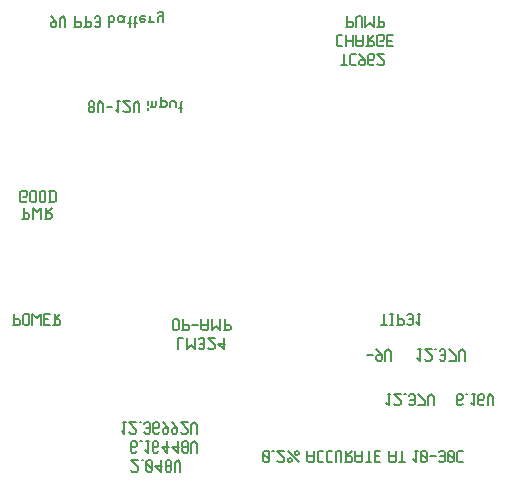
<source format=gbr>
G04 start of page 8 for group -4078 idx -4078 *
G04 Title: (unknown), bottomsilk *
G04 Creator: pcb 20091103 *
G04 CreationDate: Fri 28 Jan 2011 22:02:30 GMT UTC *
G04 For: thomas *
G04 Format: Gerber/RS-274X *
G04 PCB-Dimensions: 179130 179130 *
G04 PCB-Coordinate-Origin: lower left *
%MOIN*%
%FSLAX25Y25*%
%LNBACKSILK*%
%ADD49C,0.0060*%
G54D49*X122835Y48092D02*X124715D01*
X125843Y49972D02*X127723Y48092D01*
Y46682D02*Y48092D01*
X127253Y46212D02*X127723Y46682D01*
X126313Y46212D02*X127253D01*
X125843Y46682D02*X126313Y46212D01*
X125843Y46682D02*Y47622D01*
X126313Y48092D01*
X127723D01*
X128852Y46212D02*Y49032D01*
X129792Y49972D01*
X130732Y49032D01*
Y46212D02*Y49032D01*
X129604Y35011D02*X130544D01*
X130074Y31251D02*Y35011D01*
X129134Y32191D02*X130074Y31251D01*
X131672Y31721D02*X132142Y31251D01*
X133552D01*
X134022Y31721D01*
Y32661D01*
X131672Y35011D02*X134022Y32661D01*
X131672Y35011D02*X134022D01*
X135151D02*X135621D01*
X136750Y31721D02*X137220Y31251D01*
X138160D01*
X138630Y31721D01*
Y34541D01*
X138160Y35011D02*X138630Y34541D01*
X137220Y35011D02*X138160D01*
X136750Y34541D02*X137220Y35011D01*
Y33131D02*X138630D01*
X139759Y35011D02*X142109Y32661D01*
Y31251D02*Y32661D01*
X139759Y31251D02*X142109D01*
X143238D02*Y34071D01*
X144178Y35011D01*
X145118Y34071D01*
Y31251D02*Y34071D01*
X139840Y49972D02*X140780D01*
X140310Y46212D02*Y49972D01*
X139370Y47152D02*X140310Y46212D01*
X141908Y46682D02*X142378Y46212D01*
X143788D01*
X144258Y46682D01*
Y47622D01*
X141908Y49972D02*X144258Y47622D01*
X141908Y49972D02*X144258D01*
X145387D02*X145857D01*
X146986Y46682D02*X147456Y46212D01*
X148396D01*
X148866Y46682D01*
Y49502D01*
X148396Y49972D02*X148866Y49502D01*
X147456Y49972D02*X148396D01*
X146986Y49502D02*X147456Y49972D01*
Y48092D02*X148866D01*
X149995Y49972D02*X152345Y47622D01*
Y46212D02*Y47622D01*
X149995Y46212D02*X152345D01*
X153474D02*Y49032D01*
X154414Y49972D01*
X155354Y49032D01*
Y46212D02*Y49032D01*
X127559Y58022D02*X129439D01*
X128499D02*Y61782D01*
X130567Y58022D02*X131507D01*
X131037D02*Y61782D01*
X130567D02*X131507D01*
X133106Y58022D02*Y61782D01*
X132636Y58022D02*X134516D01*
X134986Y58492D01*
Y59432D01*
X134516Y59902D02*X134986Y59432D01*
X133106Y59902D02*X134516D01*
X136115Y58492D02*X136585Y58022D01*
X137525D01*
X137995Y58492D01*
Y61312D01*
X137525Y61782D02*X137995Y61312D01*
X136585Y61782D02*X137525D01*
X136115Y61312D02*X136585Y61782D01*
Y59902D02*X137995D01*
X139594Y61782D02*X140534D01*
X140064Y58022D02*Y61782D01*
X139124Y58962D02*X140064Y58022D01*
X59634Y49998D02*Y53758D01*
X61514D01*
X62642Y49998D02*Y53758D01*
Y49998D02*X64052Y51408D01*
X65462Y49998D01*
Y53758D01*
X66591Y50468D02*X67061Y49998D01*
X68001D01*
X68471Y50468D01*
Y53288D01*
X68001Y53758D02*X68471Y53288D01*
X67061Y53758D02*X68001D01*
X66591Y53288D02*X67061Y53758D01*
Y51878D02*X68471D01*
X69600Y50468D02*X70070Y49998D01*
X71480D01*
X71950Y50468D01*
Y51408D01*
X69600Y53758D02*X71950Y51408D01*
X69600Y53758D02*X71950D01*
X73079Y51878D02*X74959Y49998D01*
X73079Y51878D02*X75429D01*
X74959Y49998D02*Y53758D01*
X58048Y56705D02*Y59525D01*
Y56705D02*X58518Y56235D01*
X59458D01*
X59928Y56705D01*
Y59525D01*
X59458Y59995D02*X59928Y59525D01*
X58518Y59995D02*X59458D01*
X58048Y59525D02*X58518Y59995D01*
X61526Y56235D02*Y59995D01*
X61056Y56235D02*X62936D01*
X63406Y56705D01*
Y57645D01*
X62936Y58115D02*X63406Y57645D01*
X61526Y58115D02*X62936D01*
X64535D02*X66415D01*
X67544Y56705D02*Y59995D01*
Y56705D02*X68014Y56235D01*
X69424D01*
X69894Y56705D01*
Y59995D01*
X67544Y58115D02*X69894D01*
X71023Y56235D02*Y59995D01*
Y56235D02*X72433Y57645D01*
X73843Y56235D01*
Y59995D01*
X75442Y56235D02*Y59995D01*
X74972Y56235D02*X76852D01*
X77322Y56705D01*
Y57645D01*
X76852Y58115D02*X77322Y57645D01*
X75442Y58115D02*X76852D01*
X5195Y58022D02*Y61782D01*
X4725Y58022D02*X6605D01*
X7075Y58492D01*
Y59432D01*
X6605Y59902D02*X7075Y59432D01*
X5195Y59902D02*X6605D01*
X8203Y58492D02*Y61312D01*
Y58492D02*X8673Y58022D01*
X9613D01*
X10083Y58492D01*
Y61312D01*
X9613Y61782D02*X10083Y61312D01*
X8673Y61782D02*X9613D01*
X8203Y61312D02*X8673Y61782D01*
X11212Y58022D02*Y61782D01*
X12622Y60372D01*
X14032Y61782D01*
Y58022D02*Y61782D01*
X15161Y59902D02*X16571D01*
X15161Y61782D02*X17041D01*
X15161Y58022D02*Y61782D01*
Y58022D02*X17041D01*
X18170D02*X20050D01*
X20520Y58492D01*
Y59432D01*
X20050Y59902D02*X20520Y59432D01*
X18640Y59902D02*X20050D01*
X18640Y58022D02*Y61782D01*
Y59902D02*X20520Y61782D01*
X154166Y31251D02*X154636Y31721D01*
X153226Y31251D02*X154166D01*
X152756Y31721D02*X153226Y31251D01*
X152756Y31721D02*Y34541D01*
X153226Y35011D01*
X154166Y33131D02*X154636Y33601D01*
X152756Y33131D02*X154166D01*
X153226Y35011D02*X154166D01*
X154636Y34541D01*
Y33601D02*Y34541D01*
X155764Y35011D02*X156234D01*
X157833D02*X158773D01*
X158303Y31251D02*Y35011D01*
X157363Y32191D02*X158303Y31251D01*
X161312D02*X161782Y31721D01*
X160372Y31251D02*X161312D01*
X159902Y31721D02*X160372Y31251D01*
X159902Y31721D02*Y34541D01*
X160372Y35011D01*
X161312Y33131D02*X161782Y33601D01*
X159902Y33131D02*X161312D01*
X160372Y35011D02*X161312D01*
X161782Y34541D01*
Y33601D02*Y34541D01*
X162911Y31251D02*Y34071D01*
X163851Y35011D01*
X164791Y34071D01*
Y31251D02*Y34071D01*
X88190Y15645D02*X88660Y16115D01*
X88190Y12825D02*Y15645D01*
Y12825D02*X88660Y12355D01*
X89600D01*
X90070Y12825D01*
Y15645D01*
X89600Y16115D02*X90070Y15645D01*
X88660Y16115D02*X89600D01*
X88190Y15175D02*X90070Y13295D01*
X91198Y16115D02*X91668D01*
X92797Y12825D02*X93267Y12355D01*
X94677D01*
X95147Y12825D01*
Y13765D01*
X92797Y16115D02*X95147Y13765D01*
X92797Y16115D02*X95147D01*
X96276Y12825D02*Y13295D01*
Y12825D02*X96746Y12355D01*
X97216D01*
X97686Y12825D01*
Y13295D01*
X97216Y13765D02*X97686Y13295D01*
X96746Y13765D02*X97216D01*
X96276Y13295D02*X96746Y13765D01*
X96276Y16115D02*X100036Y12355D01*
X99566Y16115D02*X100036Y15645D01*
Y15175D02*Y15645D01*
X99566Y14705D02*X100036Y15175D01*
X99096Y14705D02*X99566D01*
X98626Y15175D02*X99096Y14705D01*
X98626Y15175D02*Y15645D01*
X99096Y16115D01*
X99566D01*
X102857Y12825D02*Y16115D01*
Y12825D02*X103327Y12355D01*
X104737D01*
X105207Y12825D01*
Y16115D01*
X102857Y14235D02*X105207D01*
X106806Y16115D02*X108216D01*
X106336Y15645D02*X106806Y16115D01*
X106336Y12825D02*Y15645D01*
Y12825D02*X106806Y12355D01*
X108216D01*
X109815Y16115D02*X111225D01*
X109345Y15645D02*X109815Y16115D01*
X109345Y12825D02*Y15645D01*
Y12825D02*X109815Y12355D01*
X111225D01*
X112354D02*Y15645D01*
X112824Y16115D01*
X113764D01*
X114234Y15645D01*
Y12355D02*Y15645D01*
X115363Y12355D02*X117243D01*
X117713Y12825D01*
Y13765D01*
X117243Y14235D02*X117713Y13765D01*
X115833Y14235D02*X117243D01*
X115833Y12355D02*Y16115D01*
Y14235D02*X117713Y16115D01*
X118842Y12825D02*Y16115D01*
Y12825D02*X119312Y12355D01*
X120722D01*
X121192Y12825D01*
Y16115D01*
X118842Y14235D02*X121192D01*
X122321Y12355D02*X124201D01*
X123261D02*Y16115D01*
X125330Y14235D02*X126740D01*
X125330Y16115D02*X127210D01*
X125330Y12355D02*Y16115D01*
Y12355D02*X127210D01*
X130031Y12825D02*Y16115D01*
Y12825D02*X130501Y12355D01*
X131911D01*
X132381Y12825D01*
Y16115D01*
X130031Y14235D02*X132381D01*
X133510Y12355D02*X135390D01*
X134450D02*Y16115D01*
X138681D02*X139621D01*
X139151Y12355D02*Y16115D01*
X138211Y13295D02*X139151Y12355D01*
X140750Y15645D02*X141220Y16115D01*
X140750Y12825D02*Y15645D01*
Y12825D02*X141220Y12355D01*
X142160D01*
X142630Y12825D01*
Y15645D01*
X142160Y16115D02*X142630Y15645D01*
X141220Y16115D02*X142160D01*
X140750Y15175D02*X142630Y13295D01*
X143759Y14235D02*X145639D01*
X146767Y12825D02*X147237Y12355D01*
X148177D01*
X148647Y12825D01*
Y15645D01*
X148177Y16115D02*X148647Y15645D01*
X147237Y16115D02*X148177D01*
X146767Y15645D02*X147237Y16115D01*
Y14235D02*X148647D01*
X149776Y15645D02*X150246Y16115D01*
X149776Y12825D02*Y15645D01*
Y12825D02*X150246Y12355D01*
X151186D01*
X151656Y12825D01*
Y15645D01*
X151186Y16115D02*X151656Y15645D01*
X150246Y16115D02*X151186D01*
X149776Y15175D02*X151656Y13295D01*
X153255Y16115D02*X154665D01*
X152785Y15645D02*X153255Y16115D01*
X152785Y12825D02*Y15645D01*
Y12825D02*X153255Y12355D01*
X154665D01*
X41414Y25561D02*X42354D01*
X41884Y21801D02*Y25561D01*
X40944Y22741D02*X41884Y21801D01*
X43482Y22271D02*X43952Y21801D01*
X45362D01*
X45832Y22271D01*
Y23211D01*
X43482Y25561D02*X45832Y23211D01*
X43482Y25561D02*X45832D01*
X46961D02*X47431D01*
X48560Y22271D02*X49030Y21801D01*
X49970D01*
X50440Y22271D01*
Y25091D01*
X49970Y25561D02*X50440Y25091D01*
X49030Y25561D02*X49970D01*
X48560Y25091D02*X49030Y25561D01*
Y23681D02*X50440D01*
X52979Y21801D02*X53449Y22271D01*
X52039Y21801D02*X52979D01*
X51569Y22271D02*X52039Y21801D01*
X51569Y22271D02*Y25091D01*
X52039Y25561D01*
X52979Y23681D02*X53449Y24151D01*
X51569Y23681D02*X52979D01*
X52039Y25561D02*X52979D01*
X53449Y25091D01*
Y24151D02*Y25091D01*
X54578Y25561D02*X56458Y23681D01*
Y22271D02*Y23681D01*
X55988Y21801D02*X56458Y22271D01*
X55048Y21801D02*X55988D01*
X54578Y22271D02*X55048Y21801D01*
X54578Y22271D02*Y23211D01*
X55048Y23681D01*
X56458D01*
X57587Y25561D02*X59467Y23681D01*
Y22271D02*Y23681D01*
X58997Y21801D02*X59467Y22271D01*
X58057Y21801D02*X58997D01*
X57587Y22271D02*X58057Y21801D01*
X57587Y22271D02*Y23211D01*
X58057Y23681D01*
X59467D01*
X60596Y22271D02*X61066Y21801D01*
X62476D01*
X62946Y22271D01*
Y23211D01*
X60596Y25561D02*X62946Y23211D01*
X60596Y25561D02*X62946D01*
X64075Y21801D02*Y24621D01*
X65015Y25561D01*
X65955Y24621D01*
Y21801D02*Y24621D01*
X45507Y15501D02*X45977Y15971D01*
X44567Y15501D02*X45507D01*
X44097Y15971D02*X44567Y15501D01*
X44097Y15971D02*Y18791D01*
X44567Y19261D01*
X45507Y17381D02*X45977Y17851D01*
X44097Y17381D02*X45507D01*
X44567Y19261D02*X45507D01*
X45977Y18791D01*
Y17851D02*Y18791D01*
X47105Y19261D02*X47575D01*
X49174D02*X50114D01*
X49644Y15501D02*Y19261D01*
X48704Y16441D02*X49644Y15501D01*
X52653D02*X53123Y15971D01*
X51713Y15501D02*X52653D01*
X51243Y15971D02*X51713Y15501D01*
X51243Y15971D02*Y18791D01*
X51713Y19261D01*
X52653Y17381D02*X53123Y17851D01*
X51243Y17381D02*X52653D01*
X51713Y19261D02*X52653D01*
X53123Y18791D01*
Y17851D02*Y18791D01*
X54252Y17381D02*X56132Y15501D01*
X54252Y17381D02*X56602D01*
X56132Y15501D02*Y19261D01*
X57731Y17381D02*X59611Y15501D01*
X57731Y17381D02*X60081D01*
X59611Y15501D02*Y19261D01*
X61210Y18791D02*X61680Y19261D01*
X61210Y17851D02*Y18791D01*
Y17851D02*X61680Y17381D01*
X62620D01*
X63090Y17851D01*
Y18791D01*
X62620Y19261D02*X63090Y18791D01*
X61680Y19261D02*X62620D01*
X61210Y16911D02*X61680Y17381D01*
X61210Y15971D02*Y16911D01*
Y15971D02*X61680Y15501D01*
X62620D01*
X63090Y15971D01*
Y16911D01*
X62620Y17381D02*X63090Y16911D01*
X64219Y15501D02*Y18321D01*
X65159Y19261D01*
X66099Y18321D01*
Y15501D02*Y18321D01*
X44097Y9672D02*X44567Y9202D01*
X45977D01*
X46447Y9672D01*
Y10612D01*
X44097Y12962D02*X46447Y10612D01*
X44097Y12962D02*X46447D01*
X47575D02*X48045D01*
X49174Y12492D02*X49644Y12962D01*
X49174Y9672D02*Y12492D01*
Y9672D02*X49644Y9202D01*
X50584D01*
X51054Y9672D01*
Y12492D01*
X50584Y12962D02*X51054Y12492D01*
X49644Y12962D02*X50584D01*
X49174Y12022D02*X51054Y10142D01*
X52183Y11082D02*X54063Y9202D01*
X52183Y11082D02*X54533D01*
X54063Y9202D02*Y12962D01*
X55662Y12492D02*X56132Y12962D01*
X55662Y11552D02*Y12492D01*
Y11552D02*X56132Y11082D01*
X57072D01*
X57542Y11552D01*
Y12492D01*
X57072Y12962D02*X57542Y12492D01*
X56132Y12962D02*X57072D01*
X55662Y10612D02*X56132Y11082D01*
X55662Y9672D02*Y10612D01*
Y9672D02*X56132Y9202D01*
X57072D01*
X57542Y9672D01*
Y10612D01*
X57072Y11082D02*X57542Y10612D01*
X58671Y9202D02*Y12022D01*
X59611Y12962D01*
X60551Y12022D01*
Y9202D02*Y12022D01*
X114173Y144637D02*X116053D01*
X115113D02*Y148397D01*
X117651D02*X119061D01*
X117181Y147927D02*X117651Y148397D01*
X117181Y145107D02*Y147927D01*
Y145107D02*X117651Y144637D01*
X119061D01*
X120190Y148397D02*X122070Y146517D01*
Y145107D02*Y146517D01*
X121600Y144637D02*X122070Y145107D01*
X120660Y144637D02*X121600D01*
X120190Y145107D02*X120660Y144637D01*
X120190Y145107D02*Y146047D01*
X120660Y146517D01*
X122070D01*
X124609Y144637D02*X125079Y145107D01*
X123669Y144637D02*X124609D01*
X123199Y145107D02*X123669Y144637D01*
X123199Y145107D02*Y147927D01*
X123669Y148397D01*
X124609Y146517D02*X125079Y146987D01*
X123199Y146517D02*X124609D01*
X123669Y148397D02*X124609D01*
X125079Y147927D01*
Y146987D02*Y147927D01*
X126208Y145107D02*X126678Y144637D01*
X128088D01*
X128558Y145107D01*
Y146047D01*
X126208Y148397D02*X128558Y146047D01*
X126208Y148397D02*X128558D01*
X29922Y132178D02*X30392Y132648D01*
X29922Y131238D02*Y132178D01*
Y131238D02*X30392Y130768D01*
X31332D01*
X31802Y131238D01*
Y132178D01*
X31332Y132648D02*X31802Y132178D01*
X30392Y132648D02*X31332D01*
X29922Y130298D02*X30392Y130768D01*
X29922Y129358D02*Y130298D01*
Y129358D02*X30392Y128888D01*
X31332D01*
X31802Y129358D01*
Y130298D01*
X31332Y130768D02*X31802Y130298D01*
X32930Y128888D02*Y131708D01*
X33870Y132648D01*
X34810Y131708D01*
Y128888D02*Y131708D01*
X35939Y130768D02*X37819D01*
X39418Y132648D02*X40358D01*
X39888Y128888D02*Y132648D01*
X38948Y129828D02*X39888Y128888D01*
X41487Y129358D02*X41957Y128888D01*
X43367D01*
X43837Y129358D01*
Y130298D01*
X41487Y132648D02*X43837Y130298D01*
X41487Y132648D02*X43837D01*
X44966Y128888D02*Y131708D01*
X45906Y132648D01*
X46846Y131708D01*
Y128888D02*Y131708D01*
X49667Y129828D02*Y130298D01*
Y131238D02*Y132648D01*
X51078Y131238D02*Y132648D01*
Y131238D02*X51548Y130768D01*
X52018D01*
X52488Y131238D01*
Y132648D01*
X50608Y130768D02*X51078Y131238D01*
X54087D02*Y134058D01*
X53617Y130768D02*X54087Y131238D01*
X54557Y130768D01*
X55497D01*
X55967Y131238D01*
Y132178D01*
X55497Y132648D02*X55967Y132178D01*
X54557Y132648D02*X55497D01*
X54087Y132178D02*X54557Y132648D01*
X57096Y130768D02*Y132178D01*
X57566Y132648D01*
X58506D01*
X58976Y132178D01*
Y130768D02*Y132178D01*
X60575Y128888D02*Y132178D01*
X61045Y132648D01*
X60105Y130298D02*X61045D01*
X113069Y154696D02*X114479D01*
X112599Y154226D02*X113069Y154696D01*
X112599Y151406D02*Y154226D01*
Y151406D02*X113069Y150936D01*
X114479D01*
X115607D02*Y154696D01*
X117957Y150936D02*Y154696D01*
X115607Y152816D02*X117957D01*
X119086Y151406D02*Y154696D01*
Y151406D02*X119556Y150936D01*
X120966D01*
X121436Y151406D01*
Y154696D01*
X119086Y152816D02*X121436D01*
X122565Y150936D02*X124445D01*
X124915Y151406D01*
Y152346D01*
X124445Y152816D02*X124915Y152346D01*
X123035Y152816D02*X124445D01*
X123035Y150936D02*Y154696D01*
Y152816D02*X124915Y154696D01*
X127924Y150936D02*X128394Y151406D01*
X126514Y150936D02*X127924D01*
X126044Y151406D02*X126514Y150936D01*
X126044Y151406D02*Y154226D01*
X126514Y154696D01*
X127924D01*
X128394Y154226D01*
Y153286D02*Y154226D01*
X127924Y152816D02*X128394Y153286D01*
X126984Y152816D02*X127924D01*
X129523D02*X130933D01*
X129523Y154696D02*X131403D01*
X129523Y150936D02*Y154696D01*
Y150936D02*X131403D01*
X116217Y157236D02*Y160996D01*
X115747Y157236D02*X117627D01*
X118097Y157706D01*
Y158646D01*
X117627Y159116D02*X118097Y158646D01*
X116217Y159116D02*X117627D01*
X119225Y157236D02*Y160526D01*
X119695Y160996D01*
X120635D01*
X121105Y160526D01*
Y157236D02*Y160526D01*
X122234Y157236D02*Y160996D01*
Y157236D02*X123644Y158646D01*
X125054Y157236D01*
Y160996D01*
X126653Y157236D02*Y160996D01*
X126183Y157236D02*X128063D01*
X128533Y157706D01*
Y158646D01*
X128063Y159116D02*X128533Y158646D01*
X126653Y159116D02*X128063D01*
X17323Y160994D02*X19203Y159114D01*
Y157704D02*Y159114D01*
X18733Y157234D02*X19203Y157704D01*
X17793Y157234D02*X18733D01*
X17323Y157704D02*X17793Y157234D01*
X17323Y157704D02*Y158644D01*
X17793Y159114D01*
X19203D01*
X20331Y157234D02*Y160054D01*
X21271Y160994D01*
X22211Y160054D01*
Y157234D02*Y160054D01*
X25502Y157234D02*Y160994D01*
X25032Y157234D02*X26912D01*
X27382Y157704D01*
Y158644D01*
X26912Y159114D02*X27382Y158644D01*
X25502Y159114D02*X26912D01*
X28981Y157234D02*Y160994D01*
X28511Y157234D02*X30391D01*
X30861Y157704D01*
Y158644D01*
X30391Y159114D02*X30861Y158644D01*
X28981Y159114D02*X30391D01*
X31990Y157704D02*X32460Y157234D01*
X33400D01*
X33870Y157704D01*
Y160524D01*
X33400Y160994D02*X33870Y160524D01*
X32460Y160994D02*X33400D01*
X31990Y160524D02*X32460Y160994D01*
Y159114D02*X33870D01*
X36691Y157234D02*Y160994D01*
Y160524D02*X37161Y160994D01*
X38101D01*
X38571Y160524D01*
Y159584D02*Y160524D01*
X38101Y159114D02*X38571Y159584D01*
X37161Y159114D02*X38101D01*
X36691Y159584D02*X37161Y159114D01*
X41110D02*X41580Y159584D01*
X40170Y159114D02*X41110D01*
X39700Y159584D02*X40170Y159114D01*
X39700Y159584D02*Y160524D01*
X40170Y160994D01*
X41580Y159114D02*Y160524D01*
X42050Y160994D01*
X40170D02*X41110D01*
X41580Y160524D01*
X43649Y157234D02*Y160524D01*
X44119Y160994D01*
X43179Y158644D02*X44119D01*
X45530Y157234D02*Y160524D01*
X46000Y160994D01*
X45060Y158644D02*X46000D01*
X47411Y160994D02*X48821D01*
X46941Y160524D02*X47411Y160994D01*
X46941Y159584D02*Y160524D01*
Y159584D02*X47411Y159114D01*
X48351D01*
X48821Y159584D01*
X46941Y160054D02*X48821D01*
Y159584D02*Y160054D01*
X50420Y159584D02*Y160994D01*
Y159584D02*X50890Y159114D01*
X51830D01*
X49950D02*X50420Y159584D01*
X52959Y159114D02*Y160524D01*
X53429Y160994D01*
X54839Y159114D02*Y161934D01*
X54369Y162404D02*X54839Y161934D01*
X53429Y162404D02*X54369D01*
X52959Y161934D02*X53429Y162404D01*
Y160994D02*X54369D01*
X54839Y160524D01*
X8344Y93456D02*Y97216D01*
X7874Y93456D02*X9754D01*
X10224Y93926D01*
Y94866D01*
X9754Y95336D02*X10224Y94866D01*
X8344Y95336D02*X9754D01*
X11352Y93456D02*Y97216D01*
X12762Y95806D01*
X14172Y97216D01*
Y93456D02*Y97216D01*
X15301Y93456D02*X17181D01*
X17651Y93926D01*
Y94866D01*
X17181Y95336D02*X17651Y94866D01*
X15771Y95336D02*X17181D01*
X15771Y93456D02*Y97216D01*
Y95336D02*X17651Y97216D01*
X8967Y98967D02*X9437Y99437D01*
X7557Y98967D02*X8967D01*
X7087Y99437D02*X7557Y98967D01*
X7087Y99437D02*Y102257D01*
X7557Y102727D01*
X8967D01*
X9437Y102257D01*
Y101317D02*Y102257D01*
X8967Y100847D02*X9437Y101317D01*
X8027Y100847D02*X8967D01*
X10565Y99437D02*Y102257D01*
Y99437D02*X11035Y98967D01*
X11975D01*
X12445Y99437D01*
Y102257D01*
X11975Y102727D02*X12445Y102257D01*
X11035Y102727D02*X11975D01*
X10565Y102257D02*X11035Y102727D01*
X13574Y99437D02*Y102257D01*
Y99437D02*X14044Y98967D01*
X14984D01*
X15454Y99437D01*
Y102257D01*
X14984Y102727D02*X15454Y102257D01*
X14044Y102727D02*X14984D01*
X13574Y102257D02*X14044Y102727D01*
X17053Y98967D02*Y102727D01*
X18463Y98967D02*X18933Y99437D01*
Y102257D01*
X18463Y102727D02*X18933Y102257D01*
X16583Y102727D02*X18463D01*
X16583Y98967D02*X18463D01*
M02*

</source>
